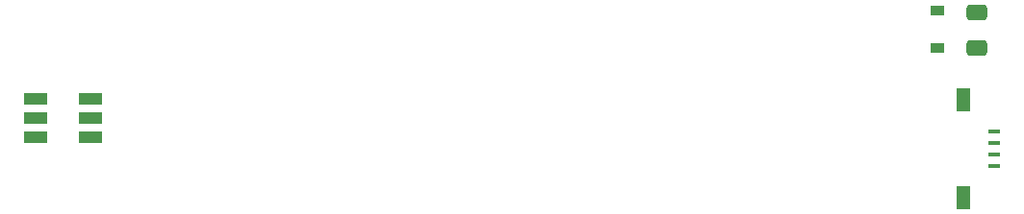
<source format=gbr>
%TF.GenerationSoftware,KiCad,Pcbnew,(6.0.0)*%
%TF.CreationDate,2022-06-08T16:09:46+02:00*%
%TF.ProjectId,HotPlate,486f7450-6c61-4746-952e-6b696361645f,1.0*%
%TF.SameCoordinates,Original*%
%TF.FileFunction,Paste,Top*%
%TF.FilePolarity,Positive*%
%FSLAX46Y46*%
G04 Gerber Fmt 4.6, Leading zero omitted, Abs format (unit mm)*
G04 Created by KiCad (PCBNEW (6.0.0)) date 2022-06-08 16:09:46*
%MOMM*%
%LPD*%
G01*
G04 APERTURE LIST*
G04 Aperture macros list*
%AMRoundRect*
0 Rectangle with rounded corners*
0 $1 Rounding radius*
0 $2 $3 $4 $5 $6 $7 $8 $9 X,Y pos of 4 corners*
0 Add a 4 corners polygon primitive as box body*
4,1,4,$2,$3,$4,$5,$6,$7,$8,$9,$2,$3,0*
0 Add four circle primitives for the rounded corners*
1,1,$1+$1,$2,$3*
1,1,$1+$1,$4,$5*
1,1,$1+$1,$6,$7*
1,1,$1+$1,$8,$9*
0 Add four rect primitives between the rounded corners*
20,1,$1+$1,$2,$3,$4,$5,0*
20,1,$1+$1,$4,$5,$6,$7,0*
20,1,$1+$1,$6,$7,$8,$9,0*
20,1,$1+$1,$8,$9,$2,$3,0*%
G04 Aperture macros list end*
%ADD10R,2.000000X1.100000*%
%ADD11RoundRect,0.250000X0.650000X-0.412500X0.650000X0.412500X-0.650000X0.412500X-0.650000X-0.412500X0*%
%ADD12R,1.000000X0.400000*%
%ADD13R,1.300000X2.000000*%
%ADD14R,1.200000X0.900000*%
G04 APERTURE END LIST*
D10*
%TO.C,RGBLED1*%
X11702500Y-147030000D03*
X11702500Y-145330000D03*
X11702500Y-143630000D03*
X6902500Y-143630000D03*
X6902500Y-145330000D03*
X6902500Y-147030000D03*
%TD*%
D11*
%TO.C,PC3*%
X89660000Y-139082500D03*
X89660000Y-135957500D03*
%TD*%
D12*
%TO.C,J11*%
X91240000Y-146510000D03*
X91240000Y-147510000D03*
X91240000Y-148510000D03*
X91240000Y-149510000D03*
D13*
X88540000Y-152310000D03*
X88540000Y-143710000D03*
%TD*%
D14*
%TO.C,HD1*%
X86250000Y-139090000D03*
X86250000Y-135790000D03*
%TD*%
M02*

</source>
